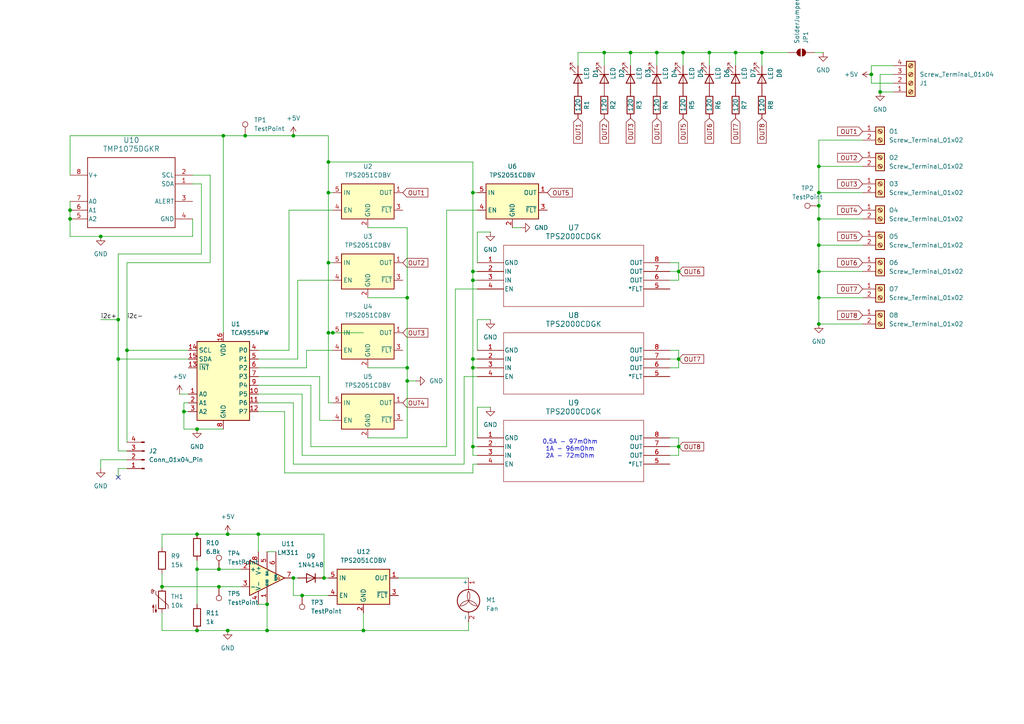
<source format=kicad_sch>
(kicad_sch (version 20231120) (generator "eeschema") (generator_version "8.0")
  (paper "A4")
  (lib_symbols
    (symbol "Comparator:LM311" (pin_names (offset 0.127))
      (property "Reference" "U" (at 3.81 6.35 0))
      (property "Value" "LM311" (at 3.81 3.81 0))
      (symbol "LM311_0_1"
        (polyline (pts (xy 5.08 0) (xy -5.08 5.08) (xy -5.08 -5.08) (xy 5.08 0)) (stroke (width 0.254)) (fill (type background)))
        (polyline (pts (xy 3.683 -0.381) (xy 3.302 -0.381) (xy 3.683 0) (xy 3.302 0.381) (xy 2.921 0) (xy 3.302 -0.381) (xy 2.921 -0.381)) (stroke (width 0.127)))
      )
      (symbol "LM311_1_1"
        (pin passive line (at 0 -7.62 90) (length 5.08) (name "GND") (number "1"))
        (pin input line (at -7.62 2.54 0) (length 2.54) (name "+") (number "2"))
        (pin input line (at -7.62 -2.54 0) (length 2.54) (name "-") (number "3"))
        (pin power_in line (at -2.54 -7.62 90) (length 3.81) (name "V-") (number "4"))
        (pin input line (at 0 7.62 270) (length 5.08) (name "BAL") (number "5"))
        (pin input line (at 2.54 7.62 270) (length 6.35) (name "STRB") (number "6"))
        (pin open_collector line (at 7.62 0 180) (length 2.54) (name "~") (number "7"))
        (pin power_in line (at -2.54 7.62 270) (length 3.81) (name "V+") (number "8"))
      )
    )
    (symbol "Connector:Conn_01x04_Pin" (pin_names (offset 1.016) hide)
      (property "Reference" "J" (at 0 5.08 0))
      (property "Value" "Conn_01x04_Pin" (at 0 -7.62 0))
      (symbol "Conn_01x04_Pin_1_1"
        (polyline (pts (xy 1.27 -5.08) (xy 0.8636 -5.08)) (stroke (width 0.1524)))
        (polyline (pts (xy 1.27 -2.54) (xy 0.8636 -2.54)) (stroke (width 0.1524)))
        (polyline (pts (xy 1.27 0) (xy 0.8636 0)) (stroke (width 0.1524)))
        (polyline (pts (xy 1.27 2.54) (xy 0.8636 2.54)) (stroke (width 0.1524)))
        (rectangle (start 0.8636 -4.953) (end 0 -5.207) (stroke (width 0.1524)) (fill (type outline)))
        (rectangle (start 0.8636 -2.413) (end 0 -2.667) (stroke (width 0.1524)) (fill (type outline)))
        (rectangle (start 0.8636 0.127) (end 0 -0.127) (stroke (width 0.1524)) (fill (type outline)))
        (rectangle (start 0.8636 2.667) (end 0 2.413) (stroke (width 0.1524)) (fill (type outline)))
        (pin passive line (at 5.08 2.54 180) (length 3.81) (name "Pin_1") (number "1"))
        (pin passive line (at 5.08 0 180) (length 3.81) (name "Pin_2") (number "2"))
        (pin passive line (at 5.08 -2.54 180) (length 3.81) (name "Pin_3") (number "3"))
        (pin passive line (at 5.08 -5.08 180) (length 3.81) (name "Pin_4") (number "4"))
      )
    )
    (symbol "Connector:Screw_Terminal_01x02" (pin_names (offset 1.016) hide)
      (property "Reference" "J" (at 0 2.54 0))
      (property "Value" "Screw_Terminal_01x02" (at 0 -5.08 0))
      (symbol "Screw_Terminal_01x02_1_1"
        (rectangle (start -1.27 1.27) (end 1.27 -3.81) (stroke (width 0.254)) (fill (type background)))
        (circle (center 0 -2.54) (radius 0.635) (stroke (width 0.1524)))
        (polyline (pts (xy -0.5334 -2.2098) (xy 0.3302 -3.048)) (stroke (width 0.1524)))
        (polyline (pts (xy -0.5334 0.3302) (xy 0.3302 -0.508)) (stroke (width 0.1524)))
        (polyline (pts (xy -0.3556 -2.032) (xy 0.508 -2.8702)) (stroke (width 0.1524)))
        (polyline (pts (xy -0.3556 0.508) (xy 0.508 -0.3302)) (stroke (width 0.1524)))
        (circle (center 0 0) (radius 0.635) (stroke (width 0.1524)))
        (pin passive line (at -5.08 0 0) (length 3.81) (name "Pin_1") (number "1"))
        (pin passive line (at -5.08 -2.54 0) (length 3.81) (name "Pin_2") (number "2"))
      )
    )
    (symbol "Connector:Screw_Terminal_01x04" (pin_names (offset 1.016) hide)
      (property "Reference" "J" (at 0 5.08 0))
      (property "Value" "Screw_Terminal_01x04" (at 0 -7.62 0))
      (symbol "Screw_Terminal_01x04_1_1"
        (rectangle (start -1.27 3.81) (end 1.27 -6.35) (stroke (width 0.254)) (fill (type background)))
        (circle (center 0 -5.08) (radius 0.635) (stroke (width 0.1524)))
        (circle (center 0 -2.54) (radius 0.635) (stroke (width 0.1524)))
        (polyline (pts (xy -0.5334 -4.7498) (xy 0.3302 -5.588)) (stroke (width 0.1524)))
        (polyline (pts (xy -0.5334 -2.2098) (xy 0.3302 -3.048)) (stroke (width 0.1524)))
        (polyline (pts (xy -0.5334 0.3302) (xy 0.3302 -0.508)) (stroke (width 0.1524)))
        (polyline (pts (xy -0.5334 2.8702) (xy 0.3302 2.032)) (stroke (width 0.1524)))
        (polyline (pts (xy -0.3556 -4.572) (xy 0.508 -5.4102)) (stroke (width 0.1524)))
        (polyline (pts (xy -0.3556 -2.032) (xy 0.508 -2.8702)) (stroke (width 0.1524)))
        (polyline (pts (xy -0.3556 0.508) (xy 0.508 -0.3302)) (stroke (width 0.1524)))
        (polyline (pts (xy -0.3556 3.048) (xy 0.508 2.2098)) (stroke (width 0.1524)))
        (circle (center 0 0) (radius 0.635) (stroke (width 0.1524)))
        (circle (center 0 2.54) (radius 0.635) (stroke (width 0.1524)))
        (pin passive line (at -5.08 2.54 0) (length 3.81) (name "Pin_1") (number "1"))
        (pin passive line (at -5.08 0 0) (length 3.81) (name "Pin_2") (number "2"))
        (pin passive line (at -5.08 -2.54 0) (length 3.81) (name "Pin_3") (number "3"))
        (pin passive line (at -5.08 -5.08 0) (length 3.81) (name "Pin_4") (number "4"))
      )
    )
    (symbol "Connector:TestPoint" (pin_numbers hide) (pin_names (offset 0.762) hide)
      (property "Reference" "TP" (at 0 6.858 0))
      (property "Value" "TestPoint" (at 0 5.08 0))
      (symbol "TestPoint_0_1"
        (circle (center 0 3.302) (radius 0.762))
      )
      (symbol "TestPoint_1_1"
        (pin passive line (at 0 0 90) (length 2.54) (name "1") (number "1"))
      )
    )
    (symbol "Device:LED" (pin_numbers hide) (pin_names (offset 1.016) hide)
      (property "Reference" "D" (at 0 2.54 0))
      (property "Value" "LED" (at 0 -2.54 0))
      (symbol "LED_0_1"
        (polyline (pts (xy -1.27 -1.27) (xy -1.27 1.27)) (stroke (width 0.254)))
        (polyline (pts (xy -1.27 0) (xy 1.27 0)))
        (polyline (pts (xy 1.27 -1.27) (xy 1.27 1.27) (xy -1.27 0) (xy 1.27 -1.27)) (stroke (width 0.254)))
        (polyline (pts (xy -3.048 -0.762) (xy -4.572 -2.286) (xy -3.81 -2.286) (xy -4.572 -2.286) (xy -4.572 -1.524)))
        (polyline (pts (xy -1.778 -0.762) (xy -3.302 -2.286) (xy -2.54 -2.286) (xy -3.302 -2.286) (xy -3.302 -1.524)))
      )
      (symbol "LED_1_1"
        (pin passive line (at -3.81 0 0) (length 2.54) (name "K") (number "1"))
        (pin passive line (at 3.81 0 180) (length 2.54) (name "A") (number "2"))
      )
    )
    (symbol "Device:R" (pin_numbers hide) (pin_names (offset 0))
      (property "Reference" "R" (at 2.032 0 90))
      (property "Value" "R" (at 0 0 90))
      (symbol "R_0_1"
        (rectangle (start -1.016 -2.54) (end 1.016 2.54) (stroke (width 0.254)))
      )
      (symbol "R_1_1"
        (pin passive line (at 0 3.81 270) (length 1.27) (name "~") (number "1"))
        (pin passive line (at 0 -3.81 90) (length 1.27) (name "~") (number "2"))
      )
    )
    (symbol "Device:Thermistor_NTC" (pin_numbers hide) (pin_names (offset 0))
      (property "Reference" "TH" (at -4.445 0 90))
      (property "Value" "Thermistor_NTC" (at 3.175 0 90))
      (symbol "Thermistor_NTC_0_1"
        (arc (start -3.048 2.159) (mid -3.0495 2.3143) (end -3.175 2.413))
        (arc (start -3.048 2.159) (mid -2.9736 1.9794) (end -2.794 1.905))
        (arc (start -3.048 2.794) (mid -2.9736 2.6144) (end -2.794 2.54))
        (arc (start -2.794 1.905) (mid -2.6144 1.9794) (end -2.54 2.159))
        (arc (start -2.794 2.54) (mid -2.4393 2.5587) (end -2.159 2.794))
        (arc (start -2.794 3.048) (mid -2.9736 2.9736) (end -3.048 2.794))
        (arc (start -2.54 2.794) (mid -2.6144 2.9736) (end -2.794 3.048))
        (rectangle (start -1.016 2.54) (end 1.016 -2.54) (stroke (width 0.254)))
        (polyline (pts (xy -2.54 2.159) (xy -2.54 2.794)))
        (polyline (pts (xy -1.778 2.54) (xy -1.778 1.524) (xy 1.778 -1.524) (xy 1.778 -2.54)))
        (polyline (pts (xy -2.54 -3.683) (xy -2.54 -1.397) (xy -2.794 -2.159) (xy -2.286 -2.159) (xy -2.54 -1.397) (xy -2.54 -1.651)) (fill (type outline)))
        (polyline (pts (xy -1.778 -1.397) (xy -1.778 -3.683) (xy -2.032 -2.921) (xy -1.524 -2.921) (xy -1.778 -3.683) (xy -1.778 -3.429)) (fill (type outline)))
      )
      (symbol "Thermistor_NTC_1_1"
        (pin passive line (at 0 3.81 270) (length 1.27) (name "~") (number "1"))
        (pin passive line (at 0 -3.81 90) (length 1.27) (name "~") (number "2"))
      )
    )
    (symbol "Diode:1N4148" (pin_numbers hide) (pin_names hide)
      (property "Reference" "D" (at 0 2.54 0))
      (property "Value" "1N4148" (at 0 -2.54 0))
      (symbol "1N4148_0_1"
        (polyline (pts (xy -1.27 1.27) (xy -1.27 -1.27)) (stroke (width 0.254)))
        (polyline (pts (xy 1.27 0) (xy -1.27 0)))
        (polyline (pts (xy 1.27 1.27) (xy 1.27 -1.27) (xy -1.27 0) (xy 1.27 1.27)) (stroke (width 0.254)))
      )
      (symbol "1N4148_1_1"
        (pin passive line (at -3.81 0 0) (length 2.54) (name "K") (number "1"))
        (pin passive line (at 3.81 0 180) (length 2.54) (name "A") (number "2"))
      )
    )
    (symbol "Interface_Expansion:TCA9554PW"
      (property "Reference" "U" (at -7.62 11.43 0))
      (property "Value" "TCA9554PW" (at 2.54 11.43 0))
      (symbol "TCA9554PW_0_1"
        (rectangle (start -7.62 -12.7) (end 7.62 10.16) (stroke (width 0.254)) (fill (type background)))
      )
      (symbol "TCA9554PW_1_1"
        (pin input line (at -10.16 -5.08 0) (length 2.54) (name "A0") (number "1"))
        (pin bidirectional line (at 10.16 -5.08 180) (length 2.54) (name "P5") (number "10"))
        (pin bidirectional line (at 10.16 -7.62 180) (length 2.54) (name "P6") (number "11"))
        (pin bidirectional line (at 10.16 -10.16 180) (length 2.54) (name "P7") (number "12"))
        (pin open_collector line (at -10.16 2.54 0) (length 2.54) (name "~{INT}") (number "13"))
        (pin input line (at -10.16 7.62 0) (length 2.54) (name "SCL") (number "14"))
        (pin bidirectional line (at -10.16 5.08 0) (length 2.54) (name "SDA") (number "15"))
        (pin power_in line (at 0 12.7 270) (length 2.54) (name "VDD") (number "16"))
        (pin input line (at -10.16 -7.62 0) (length 2.54) (name "A1") (number "2"))
        (pin input line (at -10.16 -10.16 0) (length 2.54) (name "A2") (number "3"))
        (pin bidirectional line (at 10.16 7.62 180) (length 2.54) (name "P0") (number "4"))
        (pin bidirectional line (at 10.16 5.08 180) (length 2.54) (name "P1") (number "5"))
        (pin bidirectional line (at 10.16 2.54 180) (length 2.54) (name "P2") (number "6"))
        (pin bidirectional line (at 10.16 0 180) (length 2.54) (name "P3") (number "7"))
        (pin power_in line (at 0 -15.24 90) (length 2.54) (name "GND") (number "8"))
        (pin bidirectional line (at 10.16 -2.54 180) (length 2.54) (name "P4") (number "9"))
      )
    )
    (symbol "Jumper:SolderJumper_2_Open" (pin_numbers hide) (pin_names (offset 0) hide) (exclude_from_sim yes) (in_bom no)
      (property "Reference" "JP" (at 0 2.032 0))
      (property "Value" "SolderJumper_2_Open" (at 0 -2.54 0))
      (symbol "SolderJumper_2_Open_0_1"
        (arc (start -0.254 1.016) (mid -1.2656 0) (end -0.254 -1.016))
        (arc (start -0.254 1.016) (mid -1.2656 0) (end -0.254 -1.016) (fill (type outline)))
        (polyline (pts (xy -0.254 1.016) (xy -0.254 -1.016)))
        (polyline (pts (xy 0.254 1.016) (xy 0.254 -1.016)))
        (arc (start 0.254 -1.016) (mid 1.2656 0) (end 0.254 1.016))
        (arc (start 0.254 -1.016) (mid 1.2656 0) (end 0.254 1.016) (fill (type outline)))
      )
      (symbol "SolderJumper_2_Open_1_1"
        (pin passive line (at -3.81 0 0) (length 2.54) (name "A") (number "1"))
        (pin passive line (at 3.81 0 180) (length 2.54) (name "B") (number "2"))
      )
    )
    (symbol "Motor:Fan" (pin_names (offset 0))
      (property "Reference" "M" (at 2.54 5.08 0))
      (property "Value" "Fan" (at 2.54 -2.54 0))
      (symbol "Fan_0_1"
        (arc (start -2.54 -0.508) (mid 0.0028 0.9121) (end 0 3.81))
        (polyline (pts (xy 0 -5.08) (xy 0 -4.572)))
        (polyline (pts (xy 0 -2.2352) (xy 0 -2.6416)))
        (polyline (pts (xy 0 4.2672) (xy 0 4.6228)))
        (polyline (pts (xy 0 4.572) (xy 0 5.08)))
        (circle (center 0 1.016) (radius 3.2512) (stroke (width 0.254)))
        (arc (start 0 3.81) (mid 0.053 0.921) (end 2.54 -0.508))
        (arc (start 2.54 -0.508) (mid 0 1.0618) (end -2.54 -0.508))
      )
      (symbol "Fan_1_1"
        (pin passive line (at 0 7.62 270) (length 2.54) (name "+") (number "1"))
        (pin passive line (at 0 -5.08 90) (length 2.54) (name "-") (number "2"))
      )
    )
    (symbol "Power_Management:TPS2051CDBV"
      (property "Reference" "U" (at -7.62 -6.35 0))
      (property "Value" "TPS2051CDBV" (at -7.62 6.35 0))
      (symbol "TPS2051CDBV_0_1"
        (rectangle (start -7.62 5.08) (end 7.62 -5.08) (stroke (width 0.254)) (fill (type background)))
      )
      (symbol "TPS2051CDBV_1_1"
        (pin power_out line (at 10.16 2.54 180) (length 2.54) (name "OUT") (number "1"))
        (pin power_in line (at 0 -7.62 90) (length 2.54) (name "GND") (number "2"))
        (pin open_collector line (at 10.16 -2.54 180) (length 2.54) (name "~{FLT}") (number "3"))
        (pin input line (at -10.16 -2.54 0) (length 2.54) (name "EN") (number "4"))
        (pin power_in line (at -10.16 2.54 0) (length 2.54) (name "IN") (number "5"))
      )
    )
    (symbol "TMP1075:TMP1075DGKR" (pin_names (offset 0.254))
      (property "Reference" "U" (at 0 2.54 0))
      (property "Value" "TMP1075DGKR" (at 0 0 0))
      (symbol "TMP1075DGKR_0_1"
        (polyline (pts (xy -12.7 -10.16) (xy 12.7 -10.16)) (stroke (width 0.2032)))
        (polyline (pts (xy -12.7 10.16) (xy -12.7 -10.16)) (stroke (width 0.2032)))
        (polyline (pts (xy 12.7 -10.16) (xy 12.7 10.16)) (stroke (width 0.2032)))
        (polyline (pts (xy 12.7 10.16) (xy -12.7 10.16)) (stroke (width 0.2032)))
        (pin bidirectional line (at 17.78 2.54 180) (length 5.08) (name "SDA") (number "1"))
        (pin input line (at 17.78 5.08 180) (length 5.08) (name "SCL") (number "2"))
        (pin open_collector line (at 17.78 -2.54 180) (length 5.08) (name "ALERT") (number "3"))
        (pin power_in line (at 17.78 -7.62 180) (length 5.08) (name "GND") (number "4"))
        (pin input line (at -17.78 -7.62 0) (length 5.08) (name "A2") (number "5"))
        (pin input line (at -17.78 -5.08 0) (length 5.08) (name "A1") (number "6"))
        (pin input line (at -17.78 -2.54 0) (length 5.08) (name "A0") (number "7"))
        (pin power_in line (at -17.78 5.08 0) (length 5.08) (name "V+") (number "8"))
      )
    )
    (symbol "TPS2000C:TPS2000CDGK" (pin_names (offset 0.254))
      (property "Reference" "U" (at 27.94 10.16 0))
      (property "Value" "TPS2000CDGK" (at 27.94 7.62 0))
      (symbol "TPS2000CDGK_0_1"
        (polyline (pts (xy 7.62 -12.7) (xy 48.26 -12.7)) (stroke (width 0.127)))
        (polyline (pts (xy 7.62 5.08) (xy 7.62 -12.7)) (stroke (width 0.127)))
        (polyline (pts (xy 48.26 -12.7) (xy 48.26 5.08)) (stroke (width 0.127)))
        (polyline (pts (xy 48.26 5.08) (xy 7.62 5.08)) (stroke (width 0.127)))
        (pin power_in line (at 0 0 0) (length 7.62) (name "GND") (number "1"))
        (pin input line (at 0 -2.54 0) (length 7.62) (name "IN") (number "2"))
        (pin input line (at 0 -5.08 0) (length 7.62) (name "IN") (number "3"))
        (pin unspecified line (at 0 -7.62 0) (length 7.62) (name "EN") (number "4"))
        (pin unspecified line (at 55.88 -7.62 180) (length 7.62) (name "*FLT") (number "5"))
        (pin output line (at 55.88 -5.08 180) (length 7.62) (name "OUT") (number "6"))
        (pin output line (at 55.88 -2.54 180) (length 7.62) (name "OUT") (number "7"))
        (pin output line (at 55.88 0 180) (length 7.62) (name "OUT") (number "8"))
      )
    )
    (symbol "power:+5V" (power) (pin_numbers hide) (pin_names (offset 0) hide)
      (property "Value" "+5V" (at 0 3.556 0))
      (symbol "+5V_0_1"
        (polyline (pts (xy -0.762 1.27) (xy 0 2.54)))
        (polyline (pts (xy 0 0) (xy 0 2.54)))
        (polyline (pts (xy 0 2.54) (xy 0.762 1.27)))
      )
      (symbol "+5V_1_1"
        (pin power_in line (at 0 0 90) (length 0) (name "~") (number "1"))
      )
    )
    (symbol "power:GND" (power) (pin_numbers hide) (pin_names (offset 0) hide)
      (property "Value" "GND" (at 0 -3.81 0))
      (symbol "GND_0_1"
        (polyline (pts (xy 0 0) (xy 0 -1.27) (xy 1.27 -1.27) (xy 0 -2.54) (xy -1.27 -1.27) (xy 0 -1.27)))
      )
      (symbol "GND_1_1"
        (pin power_in line (at 0 0 270) (length 0) (name "~") (number "1"))
      )
    )
  )
  (junction (at 53.34 119.38))
  (junction (at 190.5 15.24))
  (junction (at 57.15 165.1))
  (junction (at 137.16 78.74))
  (junction (at 237.49 59.69))
  (junction (at 237.49 78.74))
  (junction (at 46.99 170.18))
  (junction (at 36.83 101.6))
  (junction (at 105.41 182.88))
  (junction (at 85.09 167.64))
  (junction (at 213.36 15.24))
  (junction (at 196.85 104.14))
  (junction (at 182.88 15.24))
  (junction (at 237.49 48.26))
  (junction (at 57.15 182.88))
  (junction (at 118.11 106.68))
  (junction (at 137.16 129.54))
  (junction (at 57.15 124.46))
  (junction (at 93.98 167.64))
  (junction (at 252.73 21.59))
  (junction (at 64.77 39.37))
  (junction (at 66.04 182.88))
  (junction (at 95.25 46.99))
  (junction (at 196.85 78.74))
  (junction (at 137.16 55.88))
  (junction (at 198.12 15.24))
  (junction (at 29.21 68.58))
  (junction (at 175.26 15.24))
  (junction (at 85.09 39.37))
  (junction (at 74.93 154.94))
  (junction (at 237.49 93.98))
  (junction (at 205.74 15.24))
  (junction (at 118.11 86.36))
  (junction (at 237.49 86.36))
  (junction (at 57.15 154.94))
  (junction (at 77.47 182.88))
  (junction (at 137.16 106.68))
  (junction (at 20.32 63.5))
  (junction (at 137.16 104.14))
  (junction (at 34.29 104.14))
  (junction (at 95.25 55.88))
  (junction (at 66.04 154.94))
  (junction (at 87.63 172.72))
  (junction (at 220.98 15.24))
  (junction (at 237.49 63.5))
  (junction (at 77.47 175.26))
  (junction (at 95.25 96.52))
  (junction (at 95.25 76.2))
  (junction (at 255.27 26.67))
  (junction (at 34.29 92.71))
  (junction (at 237.49 71.12))
  (junction (at 63.5 170.18))
  (junction (at 71.12 39.37))
  (junction (at 118.11 110.49))
  (junction (at 20.32 60.96))
  (junction (at 196.85 129.54))
  (junction (at 63.5 165.1))
  (junction (at 237.49 55.88))
  (junction (at 137.16 81.28))
  (junction (at 96.52 96.52))
  (no_connect (at 34.29 138.43))
  (wire (pts (xy 250.19 40.64) (xy 237.49 40.64)))
  (wire (pts (xy 182.88 15.24) (xy 182.88 19.05)))
  (wire (pts (xy 88.9 101.6) (xy 96.52 101.6)))
  (wire (pts (xy 71.12 39.37) (xy 85.09 39.37)))
  (wire (pts (xy 137.16 129.54) (xy 137.16 132.08)))
  (wire (pts (xy 46.99 170.18) (xy 63.5 170.18)))
  (wire (pts (xy 198.12 15.24) (xy 198.12 19.05)))
  (wire (pts (xy 137.16 81.28) (xy 138.43 81.28)))
  (wire (pts (xy 137.16 106.68) (xy 138.43 106.68)))
  (wire (pts (xy 106.68 66.04) (xy 118.11 66.04)))
  (wire (pts (xy 85.09 134.62) (xy 85.09 116.84)))
  (wire (pts (xy 237.49 48.26) (xy 237.49 55.88)))
  (wire (pts (xy 74.93 154.94) (xy 74.93 160.02)))
  (wire (pts (xy 182.88 15.24) (xy 190.5 15.24)))
  (wire (pts (xy 90.17 129.54) (xy 129.54 129.54)))
  (wire (pts (xy 74.93 119.38) (xy 82.55 119.38)))
  (wire (pts (xy 88.9 106.68) (xy 88.9 101.6)))
  (wire (pts (xy 53.34 119.38) (xy 53.34 124.46)))
  (wire (pts (xy 57.15 162.56) (xy 57.15 165.1)))
  (wire (pts (xy 74.93 106.68) (xy 88.9 106.68)))
  (wire (pts (xy 63.5 165.1) (xy 69.85 165.1)))
  (wire (pts (xy 205.74 15.24) (xy 213.36 15.24)))
  (wire (pts (xy 29.21 68.58) (xy 20.32 68.58)))
  (wire (pts (xy 46.99 182.88) (xy 57.15 182.88)))
  (wire (pts (xy 196.85 106.68) (xy 196.85 104.14)))
  (wire (pts (xy 138.43 109.22) (xy 134.62 109.22)))
  (wire (pts (xy 87.63 114.3) (xy 74.93 114.3)))
  (wire (pts (xy 57.15 165.1) (xy 63.5 165.1)))
  (wire (pts (xy 34.29 92.71) (xy 34.29 104.14)))
  (wire (pts (xy 137.16 55.88) (xy 137.16 46.99)))
  (wire (pts (xy 29.21 92.71) (xy 34.29 92.71)))
  (wire (pts (xy 138.43 118.11) (xy 142.24 118.11)))
  (wire (pts (xy 46.99 166.37) (xy 46.99 170.18)))
  (wire (pts (xy 34.29 73.66) (xy 58.42 73.66)))
  (wire (pts (xy 77.47 160.02) (xy 80.01 160.02)))
  (wire (pts (xy 66.04 154.94) (xy 74.93 154.94)))
  (wire (pts (xy 115.57 167.64) (xy 135.89 167.64)))
  (wire (pts (xy 36.83 76.2) (xy 60.96 76.2)))
  (wire (pts (xy 118.11 66.04) (xy 118.11 86.36)))
  (wire (pts (xy 137.16 104.14) (xy 137.16 106.68)))
  (wire (pts (xy 55.88 50.8) (xy 60.96 50.8)))
  (wire (pts (xy 85.09 167.64) (xy 86.36 167.64)))
  (wire (pts (xy 36.83 133.35) (xy 29.21 133.35)))
  (wire (pts (xy 85.09 116.84) (xy 74.93 116.84)))
  (wire (pts (xy 196.85 101.6) (xy 194.31 101.6)))
  (wire (pts (xy 74.93 109.22) (xy 92.71 109.22)))
  (wire (pts (xy 34.29 73.66) (xy 34.29 92.71)))
  (wire (pts (xy 93.98 154.94) (xy 93.98 167.64)))
  (wire (pts (xy 138.43 67.31) (xy 142.24 67.31)))
  (wire (pts (xy 74.93 101.6) (xy 83.82 101.6)))
  (wire (pts (xy 92.71 109.22) (xy 92.71 121.92)))
  (wire (pts (xy 196.85 76.2) (xy 196.85 78.74)))
  (wire (pts (xy 52.07 114.3) (xy 54.61 114.3)))
  (wire (pts (xy 137.16 81.28) (xy 137.16 104.14)))
  (wire (pts (xy 137.16 78.74) (xy 138.43 78.74)))
  (wire (pts (xy 36.83 101.6) (xy 36.83 128.27)))
  (wire (pts (xy 55.88 53.34) (xy 58.42 53.34)))
  (wire (pts (xy 95.25 96.52) (xy 96.52 96.52)))
  (wire (pts (xy 194.31 106.68) (xy 196.85 106.68)))
  (wire (pts (xy 132.08 83.82) (xy 132.08 132.08)))
  (wire (pts (xy 137.16 104.14) (xy 138.43 104.14)))
  (wire (pts (xy 105.41 177.8) (xy 105.41 182.88)))
  (wire (pts (xy 85.09 172.72) (xy 85.09 167.64)))
  (wire (pts (xy 167.64 19.05) (xy 167.64 15.24)))
  (wire (pts (xy 137.16 132.08) (xy 138.43 132.08)))
  (wire (pts (xy 137.16 78.74) (xy 137.16 81.28)))
  (wire (pts (xy 194.31 78.74) (xy 196.85 78.74)))
  (wire (pts (xy 20.32 39.37) (xy 20.32 50.8)))
  (wire (pts (xy 60.96 50.8) (xy 60.96 76.2)))
  (wire (pts (xy 137.16 55.88) (xy 138.43 55.88)))
  (wire (pts (xy 250.19 55.88) (xy 237.49 55.88)))
  (wire (pts (xy 55.88 63.5) (xy 55.88 68.58)))
  (wire (pts (xy 255.27 21.59) (xy 255.27 26.67)))
  (wire (pts (xy 57.15 124.46) (xy 53.34 124.46)))
  (wire (pts (xy 106.68 106.68) (xy 118.11 106.68)))
  (wire (pts (xy 106.68 86.36) (xy 118.11 86.36)))
  (wire (pts (xy 64.77 124.46) (xy 57.15 124.46)))
  (wire (pts (xy 137.16 55.88) (xy 137.16 78.74)))
  (wire (pts (xy 135.89 182.88) (xy 135.89 180.34)))
  (wire (pts (xy 237.49 78.74) (xy 237.49 86.36)))
  (wire (pts (xy 95.25 172.72) (xy 87.63 172.72)))
  (wire (pts (xy 167.64 15.24) (xy 175.26 15.24)))
  (wire (pts (xy 90.17 111.76) (xy 90.17 129.54)))
  (wire (pts (xy 196.85 78.74) (xy 196.85 81.28)))
  (wire (pts (xy 95.25 96.52) (xy 95.25 116.84)))
  (wire (pts (xy 20.32 60.96) (xy 20.32 63.5)))
  (wire (pts (xy 64.77 39.37) (xy 71.12 39.37)))
  (wire (pts (xy 29.21 133.35) (xy 29.21 135.89)))
  (wire (pts (xy 237.49 55.88) (xy 237.49 59.69)))
  (wire (pts (xy 237.49 93.98) (xy 250.19 93.98)))
  (wire (pts (xy 74.93 175.26) (xy 77.47 175.26)))
  (wire (pts (xy 138.43 76.2) (xy 138.43 67.31)))
  (wire (pts (xy 87.63 132.08) (xy 87.63 114.3)))
  (wire (pts (xy 118.11 110.49) (xy 120.65 110.49)))
  (wire (pts (xy 55.88 68.58) (xy 29.21 68.58)))
  (wire (pts (xy 196.85 132.08) (xy 194.31 132.08)))
  (wire (pts (xy 34.29 135.89) (xy 34.29 138.43)))
  (wire (pts (xy 95.25 76.2) (xy 96.52 76.2)))
  (wire (pts (xy 74.93 154.94) (xy 93.98 154.94)))
  (wire (pts (xy 57.15 165.1) (xy 57.15 175.26)))
  (wire (pts (xy 194.31 76.2) (xy 196.85 76.2)))
  (wire (pts (xy 237.49 71.12) (xy 237.49 78.74)))
  (wire (pts (xy 20.32 63.5) (xy 20.32 68.58)))
  (wire (pts (xy 252.73 19.05) (xy 252.73 21.59)))
  (wire (pts (xy 95.25 55.88) (xy 96.52 55.88)))
  (wire (pts (xy 220.98 15.24) (xy 220.98 19.05)))
  (wire (pts (xy 57.15 182.88) (xy 66.04 182.88)))
  (wire (pts (xy 85.09 39.37) (xy 95.25 39.37)))
  (wire (pts (xy 237.49 86.36) (xy 237.49 93.98)))
  (wire (pts (xy 74.93 104.14) (xy 86.36 104.14)))
  (wire (pts (xy 53.34 116.84) (xy 53.34 119.38)))
  (wire (pts (xy 77.47 182.88) (xy 77.47 175.26)))
  (wire (pts (xy 137.16 129.54) (xy 138.43 129.54)))
  (wire (pts (xy 118.11 86.36) (xy 118.11 106.68)))
  (wire (pts (xy 129.54 129.54) (xy 129.54 60.96)))
  (wire (pts (xy 196.85 104.14) (xy 196.85 101.6)))
  (wire (pts (xy 237.49 63.5) (xy 250.19 63.5)))
  (wire (pts (xy 54.61 116.84) (xy 53.34 116.84)))
  (wire (pts (xy 175.26 15.24) (xy 182.88 15.24)))
  (wire (pts (xy 138.43 92.71) (xy 138.43 101.6)))
  (wire (pts (xy 132.08 132.08) (xy 87.63 132.08)))
  (wire (pts (xy 95.25 76.2) (xy 95.25 96.52)))
  (wire (pts (xy 86.36 104.14) (xy 86.36 81.28)))
  (wire (pts (xy 105.41 182.88) (xy 77.47 182.88)))
  (wire (pts (xy 53.34 119.38) (xy 54.61 119.38)))
  (wire (pts (xy 137.16 134.62) (xy 137.16 137.16)))
  (wire (pts (xy 46.99 154.94) (xy 57.15 154.94)))
  (wire (pts (xy 250.19 48.26) (xy 237.49 48.26)))
  (wire (pts (xy 190.5 15.24) (xy 198.12 15.24)))
  (wire (pts (xy 66.04 182.88) (xy 77.47 182.88)))
  (wire (pts (xy 194.31 104.14) (xy 196.85 104.14)))
  (wire (pts (xy 213.36 15.24) (xy 220.98 15.24)))
  (wire (pts (xy 95.25 39.37) (xy 95.25 46.99)))
  (wire (pts (xy 34.29 104.14) (xy 34.29 130.81)))
  (wire (pts (xy 118.11 127) (xy 106.68 127)))
  (wire (pts (xy 237.49 40.64) (xy 237.49 48.26)))
  (wire (pts (xy 93.98 167.64) (xy 95.25 167.64)))
  (wire (pts (xy 96.52 116.84) (xy 95.25 116.84)))
  (wire (pts (xy 252.73 21.59) (xy 252.73 24.13)))
  (wire (pts (xy 57.15 154.94) (xy 66.04 154.94)))
  (wire (pts (xy 194.31 129.54) (xy 196.85 129.54)))
  (wire (pts (xy 237.49 86.36) (xy 250.19 86.36)))
  (wire (pts (xy 237.49 78.74) (xy 250.19 78.74)))
  (wire (pts (xy 138.43 83.82) (xy 132.08 83.82)))
  (wire (pts (xy 137.16 106.68) (xy 137.16 129.54)))
  (wire (pts (xy 237.49 59.69) (xy 237.49 63.5)))
  (wire (pts (xy 138.43 92.71) (xy 142.24 92.71)))
  (wire (pts (xy 196.85 127) (xy 196.85 129.54)))
  (wire (pts (xy 196.85 129.54) (xy 196.85 132.08)))
  (wire (pts (xy 213.36 15.24) (xy 213.36 19.05)))
  (wire (pts (xy 205.74 15.24) (xy 205.74 19.05)))
  (wire (pts (xy 20.32 58.42) (xy 20.32 60.96)))
  (wire (pts (xy 74.93 111.76) (xy 90.17 111.76)))
  (wire (pts (xy 82.55 137.16) (xy 137.16 137.16)))
  (wire (pts (xy 95.25 55.88) (xy 95.25 76.2)))
  (wire (pts (xy 220.98 15.24) (xy 228.6 15.24)))
  (wire (pts (xy 83.82 101.6) (xy 83.82 60.96)))
  (wire (pts (xy 92.71 121.92) (xy 96.52 121.92)))
  (wire (pts (xy 118.11 110.49) (xy 118.11 127)))
  (wire (pts (xy 34.29 130.81) (xy 36.83 130.81)))
  (wire (pts (xy 54.61 101.6) (xy 36.83 101.6)))
  (wire (pts (xy 82.55 119.38) (xy 82.55 137.16)))
  (wire (pts (xy 96.52 96.52) (xy 105.41 96.52)))
  (wire (pts (xy 36.83 135.89) (xy 34.29 135.89)))
  (wire (pts (xy 252.73 24.13) (xy 259.08 24.13)))
  (wire (pts (xy 95.25 46.99) (xy 137.16 46.99)))
  (wire (pts (xy 194.31 127) (xy 196.85 127)))
  (wire (pts (xy 196.85 81.28) (xy 194.31 81.28)))
  (wire (pts (xy 138.43 127) (xy 138.43 118.11)))
  (wire (pts (xy 46.99 158.75) (xy 46.99 154.94)))
  (wire (pts (xy 87.63 172.72) (xy 85.09 172.72)))
  (wire (pts (xy 255.27 21.59) (xy 259.08 21.59)))
  (wire (pts (xy 86.36 81.28) (xy 96.52 81.28)))
  (wire (pts (xy 148.59 66.04) (xy 151.13 66.04)))
  (wire (pts (xy 134.62 109.22) (xy 134.62 134.62)))
  (wire (pts (xy 118.11 106.68) (xy 118.11 110.49)))
  (wire (pts (xy 20.32 39.37) (xy 64.77 39.37)))
  (wire (pts (xy 105.41 182.88) (xy 135.89 182.88)))
  (wire (pts (xy 237.49 71.12) (xy 250.19 71.12)))
  (wire (pts (xy 252.73 19.05) (xy 259.08 19.05)))
  (wire (pts (xy 255.27 26.67) (xy 259.08 26.67)))
  (wire (pts (xy 58.42 53.34) (xy 58.42 73.66)))
  (wire (pts (xy 134.62 134.62) (xy 85.09 134.62)))
  (wire (pts (xy 46.99 177.8) (xy 46.99 182.88)))
  (wire (pts (xy 175.26 15.24) (xy 175.26 19.05)))
  (wire (pts (xy 129.54 60.96) (xy 138.43 60.96)))
  (wire (pts (xy 54.61 104.14) (xy 34.29 104.14)))
  (wire (pts (xy 63.5 170.18) (xy 69.85 170.18)))
  (wire (pts (xy 237.49 63.5) (xy 237.49 71.12)))
  (wire (pts (xy 83.82 60.96) (xy 96.52 60.96)))
  (wire (pts (xy 95.25 46.99) (xy 95.25 55.88)))
  (wire (pts (xy 64.77 39.37) (xy 64.77 96.52)))
  (wire (pts (xy 137.16 134.62) (xy 138.43 134.62)))
  (wire (pts (xy 198.12 15.24) (xy 205.74 15.24)))
  (wire (pts (xy 190.5 15.24) (xy 190.5 19.05)))
  (wire (pts (xy 236.22 15.24) (xy 238.76 15.24)))
  (wire (pts (xy 36.83 76.2) (xy 36.83 101.6)))
  (text "0.5A - 97mOhm\n1A - 96mOhm\n2A - 72mOhm" (at 165.354 130.302 0) (effects (font (size 1.27 1.27))))
  (label "i2c-" (at 36.83 92.71 0))
  (label "i2c+" (at 29.21 92.71 0))
  (global_label "OUT6" (shape input) (at 205.74 34.29 270) (property "Intersheetrefs" "${INTERSHEET_REFS}" (effects (hide yes))))
  (global_label "OUT1" (shape input) (at 116.84 55.88 0) (property "Intersheetrefs" "${INTERSHEET_REFS}" (effects (hide yes))))
  (global_label "OUT5" (shape input) (at 250.19 68.58 180) (property "Intersheetrefs" "${INTERSHEET_REFS}" (effects (hide yes))))
  (global_label "OUT6" (shape input) (at 250.19 76.2 180) (property "Intersheetrefs" "${INTERSHEET_REFS}" (effects (hide yes))))
  (global_label "OUT5" (shape input) (at 158.75 55.88 0) (property "Intersheetrefs" "${INTERSHEET_REFS}" (effects (hide yes))))
  (global_label "OUT7" (shape input) (at 196.85 104.14 0) (property "Intersheetrefs" "${INTERSHEET_REFS}" (effects (hide yes))))
  (global_label "OUT8" (shape input) (at 250.19 91.44 180) (property "Intersheetrefs" "${INTERSHEET_REFS}" (effects (hide yes))))
  (global_label "OUT6" (shape input) (at 196.85 78.74 0) (property "Intersheetrefs" "${INTERSHEET_REFS}" (effects (hide yes))))
  (global_label "OUT3" (shape input) (at 182.88 34.29 270) (property "Intersheetrefs" "${INTERSHEET_REFS}" (effects (hide yes))))
  (global_label "OUT5" (shape input) (at 198.12 34.29 270) (property "Intersheetrefs" "${INTERSHEET_REFS}" (effects (hide yes))))
  (global_label "OUT1" (shape input) (at 250.19 38.1 180) (property "Intersheetrefs" "${INTERSHEET_REFS}" (effects (hide yes))))
  (global_label "OUT2" (shape input) (at 250.19 45.72 180) (property "Intersheetrefs" "${INTERSHEET_REFS}" (effects (hide yes))))
  (global_label "OUT8" (shape input) (at 196.85 129.54 0) (property "Intersheetrefs" "${INTERSHEET_REFS}" (effects (hide yes))))
  (global_label "OUT2" (shape input) (at 116.84 76.2 0) (property "Intersheetrefs" "${INTERSHEET_REFS}" (effects (hide yes))))
  (global_label "OUT7" (shape input) (at 213.36 34.29 270) (property "Intersheetrefs" "${INTERSHEET_REFS}" (effects (hide yes))))
  (global_label "OUT4" (shape input) (at 250.19 60.96 180) (property "Intersheetrefs" "${INTERSHEET_REFS}" (effects (hide yes))))
  (global_label "OUT4" (shape input) (at 190.5 34.29 270) (property "Intersheetrefs" "${INTERSHEET_REFS}" (effects (hide yes))))
  (global_label "OUT3" (shape input) (at 250.19 53.34 180) (property "Intersheetrefs" "${INTERSHEET_REFS}" (effects (hide yes))))
  (global_label "OUT4" (shape input) (at 116.84 116.84 0) (property "Intersheetrefs" "${INTERSHEET_REFS}" (effects (hide yes))))
  (global_label "OUT8" (shape input) (at 220.98 34.29 270) (property "Intersheetrefs" "${INTERSHEET_REFS}" (effects (hide yes))))
  (global_label "OUT1" (shape input) (at 167.64 34.29 270) (property "Intersheetrefs" "${INTERSHEET_REFS}" (effects (hide yes))))
  (global_label "OUT3" (shape input) (at 116.84 96.52 0) (property "Intersheetrefs" "${INTERSHEET_REFS}" (effects (hide yes))))
  (global_label "OUT7" (shape input) (at 250.19 83.82 180) (property "Intersheetrefs" "${INTERSHEET_REFS}" (effects (hide yes))))
  (global_label "OUT2" (shape input) (at 175.26 34.29 270) (property "Intersheetrefs" "${INTERSHEET_REFS}" (effects (hide yes))))
  (symbol (lib_id "power:GND") (at 57.15 124.46 0) (unit 1)
    (property "Reference" "#PWR05" (effects (hide yes)))
    (property "Value" "GND" (at 57.15 129.54 0))
    (property "Description" "Power symbol creates a global label with name \"GND\" , ground" (effects (hide yes)))
  )
  (symbol (lib_id "power:GND") (at 29.21 68.58 0) (unit 1)
    (property "Reference" "#PWR01" (effects (hide yes)))
    (property "Value" "GND" (at 29.21 73.66 0))
    (property "Description" "Power symbol creates a global label with name \"GND\" , ground" (effects (hide yes)))
  )
  (symbol (lib_id "power:GND") (at 255.27 26.67 0) (unit 1)
    (property "Reference" "#PWR08" (effects (hide yes)))
    (property "Value" "GND" (at 255.27 31.75 0))
    (property "Description" "Power symbol creates a global label with name \"GND\" , ground" (effects (hide yes)))
  )
  (symbol (lib_id "Connector:TestPoint") (at 237.49 59.69 90) (unit 1)
    (property "Reference" "TP2" (at 234.188 54.61 90))
    (property "Value" "TestPoint" (at 234.188 57.15 90))
    (property "Footprint" "TestPoint:TestPoint_Pad_D1.0mm" (effects (hide yes)))
    (property "Description" "test point" (effects (hide yes)))
  )
  (symbol (lib_id "Device:R") (at 213.36 30.48 0) (unit 1)
    (property "Reference" "R7" (at 215.9 30.48 90))
    (property "Value" "120" (at 213.36 30.48 90))
    (property "Footprint" "Resistor_SMD:R_0805_2012Metric_Pad1.20x1.40mm_HandSolder" (effects (hide yes)))
  )
  (symbol (lib_id "power:+5V") (at 52.07 114.3 0) (unit 1)
    (property "Reference" "#PWR04" (effects (hide yes)))
    (property "Value" "+5V" (at 52.07 109.22 0))
    (property "Description" "Power symbol creates a global label with name \"+5V\"" (effects (hide yes)))
  )
  (symbol (lib_id "Device:R") (at 205.74 30.48 0) (unit 1)
    (property "Reference" "R6" (at 208.28 30.48 90))
    (property "Value" "120" (at 205.74 30.48 90))
    (property "Footprint" "Resistor_SMD:R_0805_2012Metric_Pad1.20x1.40mm_HandSolder" (effects (hide yes)))
  )
  (symbol (lib_id "Connector:Screw_Terminal_01x02") (at 255.27 83.82 0) (unit 1)
    (property "Reference" "O7" (at 257.81 83.8199 0) (effects (justify left)))
    (property "Value" "Screw_Terminal_01x02" (at 257.81 86.3599 0) (effects (justify left)))
    (property "Footprint" "Custom_Library:TerminalBlock_Phoenix_MPT-0,5-2-2.54_1x02_P2.54mm_Horizontal" (effects (hide yes)))
    (property "Description" "Generic screw terminal, single row, 01x02, script generated (kicad-library-utils/schlib/autogen/connector/)" (effects (hide yes)))
  )
  (symbol (lib_id "power:GND") (at 237.49 93.98 0) (unit 1)
    (property "Reference" "#PWR013" (effects (hide yes)))
    (property "Value" "GND" (at 237.49 99.06 0))
    (property "Description" "Power symbol creates a global label with name \"GND\" , ground" (effects (hide yes)))
  )
  (symbol (lib_id "Device:R") (at 175.26 30.48 0) (unit 1)
    (property "Reference" "R2" (at 177.8 30.48 90))
    (property "Value" "120" (at 175.26 30.48 90))
    (property "Footprint" "Resistor_SMD:R_0805_2012Metric_Pad1.20x1.40mm_HandSolder" (effects (hide yes)))
  )
  (symbol (lib_id "Connector:Screw_Terminal_01x02") (at 255.27 38.1 0) (unit 1)
    (property "Reference" "O1" (at 257.81 38.0999 0) (effects (justify left)))
    (property "Value" "Screw_Terminal_01x02" (at 257.81 40.6399 0) (effects (justify left)))
    (property "Footprint" "Custom_Library:TerminalBlock_Phoenix_MPT-0,5-2-2.54_1x02_P2.54mm_Horizontal" (effects (hide yes)))
    (property "Description" "Generic screw terminal, single row, 01x02, script generated (kicad-library-utils/schlib/autogen/connector/)" (effects (hide yes)))
  )
  (symbol (lib_id "power:GND") (at 142.24 92.71 0) (unit 1)
    (property "Reference" "#PWR010" (effects (hide yes)))
    (property "Value" "GND" (at 142.24 97.79 0))
    (property "Description" "Power symbol creates a global label with name \"GND\" , ground" (effects (hide yes)))
  )
  (symbol (lib_id "Connector:TestPoint") (at 63.5 165.1 0) (unit 1)
    (property "Reference" "TP4" (at 66.04 160.5279 0) (effects (justify left)))
    (property "Value" "TestPoint" (at 66.04 163.0679 0) (effects (justify left)))
    (property "Footprint" "TestPoint:TestPoint_Pad_D1.0mm" (effects (hide yes)))
    (property "Description" "test point" (effects (hide yes)))
  )
  (symbol (lib_id "TMP1075:TMP1075DGKR") (at 38.1 55.88 0) (unit 1)
    (property "Reference" "U10" (at 38.1 40.64 0) (effects (font (size 1.524 1.524))))
    (property "Value" "TMP1075DGKR" (at 38.1 43.18 0) (effects (font (size 1.524 1.524))))
    (property "Footprint" "TMP1075DGK:DGK0008A_N" (effects (hide yes)))
    (property "Datasheet" "TMP1075DGKR" (effects (hide yes)))
  )
  (symbol (lib_id "Connector:Conn_01x04_Pin") (at 41.91 133.35 180) (unit 1)
    (property "Reference" "J2" (at 43.18 130.8099 0) (effects (justify right)))
    (property "Value" "Conn_01x04_Pin" (at 43.18 133.3499 0) (effects (justify right)))
    (property "Footprint" "Connector_PinHeader_2.54mm:PinHeader_1x04_P2.54mm_Vertical" (effects (hide yes)))
    (property "Description" "Generic connector, single row, 01x04, script generated" (effects (hide yes)))
  )
  (symbol (lib_id "Device:LED") (at 175.26 22.86 270) (unit 1)
    (property "Reference" "D2" (at 180.34 21.2725 0))
    (property "Value" "LED" (at 177.8 21.2725 0))
    (property "Footprint" "LED_SMD:LED_0805_2012Metric_Pad1.15x1.40mm_HandSolder" (effects (hide yes)))
  )
  (symbol (lib_id "Connector:Screw_Terminal_01x02") (at 255.27 76.2 0) (unit 1)
    (property "Reference" "O6" (at 257.81 76.1999 0) (effects (justify left)))
    (property "Value" "Screw_Terminal_01x02" (at 257.81 78.7399 0) (effects (justify left)))
    (property "Footprint" "Custom_Library:TerminalBlock_Phoenix_MPT-0,5-2-2.54_1x02_P2.54mm_Horizontal" (effects (hide yes)))
    (property "Description" "Generic screw terminal, single row, 01x02, script generated (kicad-library-utils/schlib/autogen/connector/)" (effects (hide yes)))
  )
  (symbol (lib_id "Device:R") (at 198.12 30.48 0) (unit 1)
    (property "Reference" "R5" (at 200.66 30.48 90))
    (property "Value" "120" (at 198.12 30.48 90))
    (property "Footprint" "Resistor_SMD:R_0805_2012Metric_Pad1.20x1.40mm_HandSolder" (effects (hide yes)))
  )
  (symbol (lib_id "Connector:Screw_Terminal_01x02") (at 255.27 53.34 0) (unit 1)
    (property "Reference" "O3" (at 257.81 53.3399 0) (effects (justify left)))
    (property "Value" "Screw_Terminal_01x02" (at 257.81 55.8799 0) (effects (justify left)))
    (property "Footprint" "Custom_Library:TerminalBlock_Phoenix_MPT-0,5-2-2.54_1x02_P2.54mm_Horizontal" (effects (hide yes)))
    (property "Description" "Generic screw terminal, single row, 01x02, script generated (kicad-library-utils/schlib/autogen/connector/)" (effects (hide yes)))
  )
  (symbol (lib_id "Connector:TestPoint") (at 63.5 170.18 180) (unit 1)
    (property "Reference" "TP5" (at 66.04 172.2119 0) (effects (justify right)))
    (property "Value" "TestPoint" (at 66.04 174.7519 0) (effects (justify right)))
    (property "Footprint" "TestPoint:TestPoint_Pad_D1.0mm" (effects (hide yes)))
    (property "Description" "test point" (effects (hide yes)))
  )
  (symbol (lib_id "Jumper:SolderJumper_2_Open") (at 232.41 15.24 0) (mirror x) (unit 1) (exclude_from_sim yes) (in_bom no)
    (property "Reference" "JP1" (at 233.6801 12.7 90) (effects (justify right)))
    (property "Value" "SolderJumper_2_Open" (at 231.1401 12.7 90) (effects (justify right)))
    (property "Footprint" "Jumper:SolderJumper-2_P1.3mm_Open_TrianglePad1.0x1.5mm" (effects (hide yes)))
    (property "Description" "Solder Jumper, 2-pole, open" (effects (hide yes)))
  )
  (symbol (lib_id "Device:Thermistor_NTC") (at 46.99 173.99 0) (unit 1)
    (property "Reference" "TH1" (at 49.53 173.0374 0) (effects (justify left)))
    (property "Value" "10k" (at 49.53 175.5774 0) (effects (justify left)))
    (property "Footprint" "Connector_JST:JST_XH_B2B-XH-A_1x02_P2.50mm_Vertical" (effects (hide yes)))
    (property "Description" "Temperature dependent resistor, negative temperature coefficient" (effects (hide yes)))
  )
  (symbol (lib_id "power:+5V") (at 66.04 154.94 0) (unit 1)
    (property "Reference" "#PWR016" (effects (hide yes)))
    (property "Value" "+5V" (at 66.04 149.86 0))
    (property "Description" "Power symbol creates a global label with name \"+5V\"" (effects (hide yes)))
  )
  (symbol (lib_id "power:GND") (at 142.24 118.11 0) (unit 1)
    (property "Reference" "#PWR011" (effects (hide yes)))
    (property "Value" "GND" (at 142.24 123.19 0))
    (property "Description" "Power symbol creates a global label with name \"GND\" , ground" (effects (hide yes)))
  )
  (symbol (lib_id "Power_Management:TPS2051CDBV") (at 105.41 170.18 0) (unit 1)
    (property "Reference" "U12" (at 105.41 160.02 0))
    (property "Value" "TPS2051CDBV" (at 105.41 162.56 0))
    (property "Footprint" "Package_TO_SOT_SMD:SOT-23-5" (effects (hide yes)))
    (property "Datasheet" "https://www.ti.com/lit/ds/symlink/tps2051c.pdf" (effects (hide yes)))
    (property "Description" "0.5A Current limited power switch, single channel, output discharge, reverse blocking, SOT-23-5" (effects (hide yes)))
  )
  (symbol (lib_id "Device:R") (at 190.5 30.48 0) (unit 1)
    (property "Reference" "R4" (at 193.04 30.48 90))
    (property "Value" "120" (at 190.5 30.48 90))
    (property "Footprint" "Resistor_SMD:R_0805_2012Metric_Pad1.20x1.40mm_HandSolder" (effects (hide yes)))
  )
  (symbol (lib_id "Motor:Fan") (at 135.89 175.26 0) (unit 1)
    (property "Reference" "M1" (at 140.97 173.9899 0) (effects (justify left)))
    (property "Value" "Fan" (at 140.97 176.5299 0) (effects (justify left)))
    (property "Footprint" "Connector_JST:JST_XH_B2B-XH-A_1x02_P2.50mm_Vertical" (effects (hide yes)))
    (property "Description" "Fan" (effects (hide yes)))
  )
  (symbol (lib_id "Power_Management:TPS2051CDBV") (at 106.68 58.42 0) (unit 1)
    (property "Reference" "U2" (at 106.68 48.26 0))
    (property "Value" "TPS2051CDBV" (at 106.68 50.8 0))
    (property "Footprint" "Package_TO_SOT_SMD:SOT-23-5" (effects (hide yes)))
    (property "Datasheet" "https://www.ti.com/lit/ds/symlink/tps2051c.pdf" (effects (hide yes)))
    (property "Description" "0.5A Current limited power switch, single channel, output discharge, reverse blocking, SOT-23-5" (effects (hide yes)))
  )
  (symbol (lib_id "Device:LED") (at 167.64 22.86 270) (unit 1)
    (property "Reference" "D1" (at 172.72 21.2725 0))
    (property "Value" "LED" (at 170.18 21.2725 0))
    (property "Footprint" "LED_SMD:LED_0805_2012Metric_Pad1.15x1.40mm_HandSolder" (effects (hide yes)))
  )
  (symbol (lib_id "Device:LED") (at 182.88 22.86 270) (unit 1)
    (property "Reference" "D3" (at 187.96 21.2725 0))
    (property "Value" "LED" (at 185.42 21.2725 0))
    (property "Footprint" "LED_SMD:LED_0805_2012Metric_Pad1.15x1.40mm_HandSolder" (effects (hide yes)))
  )
  (symbol (lib_id "Comparator:LM311") (at 77.47 167.64 0) (unit 1)
    (property "Reference" "U11" (at 83.566 157.734 0))
    (property "Value" "LM311" (at 83.566 160.274 0))
    (property "Footprint" "Package_SO:SOIC-8_3.9x4.9mm_P1.27mm" (effects (hide yes)))
    (property "Datasheet" "https://www.st.com/resource/en/datasheet/lm311.pdf" (effects (hide yes)))
    (property "Description" "Voltage Comparator, DIP-8/SOIC-8" (effects (hide yes)))
  )
  (symbol (lib_id "power:GND") (at 120.65 110.49 90) (unit 1)
    (property "Reference" "#PWR09" (effects (hide yes)))
    (property "Value" "GND" (at 124.46 110.4899 90) (effects (justify right)))
    (property "Description" "Power symbol creates a global label with name \"GND\" , ground" (effects (hide yes)))
  )
  (symbol (lib_id "Device:R") (at 57.15 179.07 0) (unit 1)
    (property "Reference" "R11" (at 59.69 177.7999 0) (effects (justify left)))
    (property "Value" "1k" (at 59.69 180.3399 0) (effects (justify left)))
    (property "Footprint" "Resistor_SMD:R_0805_2012Metric_Pad1.20x1.40mm_HandSolder" (effects (hide yes)))
    (property "Description" "Resistor" (effects (hide yes)))
  )
  (symbol (lib_id "Connector:Screw_Terminal_01x02") (at 255.27 45.72 0) (unit 1)
    (property "Reference" "O2" (at 257.81 45.7199 0) (effects (justify left)))
    (property "Value" "Screw_Terminal_01x02" (at 257.81 48.2599 0) (effects (justify left)))
    (property "Footprint" "Custom_Library:TerminalBlock_Phoenix_MPT-0,5-2-2.54_1x02_P2.54mm_Horizontal" (effects (hide yes)))
    (property "Description" "Generic screw terminal, single row, 01x02, script generated (kicad-library-utils/schlib/autogen/connector/)" (effects (hide yes)))
  )
  (symbol (lib_id "Device:LED") (at 205.74 22.86 270) (unit 1)
    (property "Reference" "D6" (at 210.82 21.2725 0))
    (property "Value" "LED" (at 208.28 21.2725 0))
    (property "Footprint" "LED_SMD:LED_0805_2012Metric_Pad1.15x1.40mm_HandSolder" (effects (hide yes)))
  )
  (symbol (lib_id "TPS2000C:TPS2000CDGK") (at 138.43 76.2 0) (unit 1)
    (property "Reference" "U7" (at 166.37 66.04 0) (effects (font (size 1.524 1.524))))
    (property "Value" "TPS2000CDGK" (at 166.37 68.58 0) (effects (font (size 1.524 1.524))))
    (property "Footprint" "TPS2000C:DGK8" (effects (hide yes)))
    (property "Datasheet" "TPS2000CDGK" (effects (hide yes)))
  )
  (symbol (lib_id "TPS2000C:TPS2000CDGK") (at 138.43 127 0) (unit 1)
    (property "Reference" "U9" (at 166.37 116.84 0) (effects (font (size 1.524 1.524))))
    (property "Value" "TPS2000CDGK" (at 166.37 119.38 0) (effects (font (size 1.524 1.524))))
    (property "Footprint" "TPS2000C:DGK8" (effects (hide yes)))
    (property "Datasheet" "TPS2000CDGK" (effects (hide yes)))
  )
  (symbol (lib_id "power:GND") (at 66.04 182.88 0) (unit 1)
    (property "Reference" "#PWR03" (effects (hide yes)))
    (property "Value" "GND" (at 66.04 187.96 0))
    (property "Description" "Power symbol creates a global label with name \"GND\" , ground" (effects (hide yes)))
  )
  (symbol (lib_id "Connector:TestPoint") (at 87.63 172.72 180) (unit 1)
    (property "Reference" "TP3" (at 90.17 174.7519 0) (effects (justify right)))
    (property "Value" "TestPoint" (at 90.17 177.2919 0) (effects (justify right)))
    (property "Footprint" "TestPoint:TestPoint_Pad_D1.0mm" (effects (hide yes)))
    (property "Description" "test point" (effects (hide yes)))
  )
  (symbol (lib_id "power:GND") (at 238.76 15.24 0) (unit 1)
    (property "Reference" "#PWR015" (effects (hide yes)))
    (property "Value" "GND" (at 238.76 20.32 0))
    (property "Description" "Power symbol creates a global label with name \"GND\" , ground" (effects (hide yes)))
  )
  (symbol (lib_id "Power_Management:TPS2051CDBV") (at 106.68 99.06 0) (unit 1)
    (property "Reference" "U4" (at 106.68 88.9 0))
    (property "Value" "TPS2051CDBV" (at 106.68 91.44 0))
    (property "Footprint" "Package_TO_SOT_SMD:SOT-23-5" (effects (hide yes)))
    (property "Datasheet" "https://www.ti.com/lit/ds/symlink/tps2051c.pdf" (effects (hide yes)))
    (property "Description" "0.5A Current limited power switch, single channel, output discharge, reverse blocking, SOT-23-5" (effects (hide yes)))
  )
  (symbol (lib_id "TPS2000C:TPS2000CDGK") (at 138.43 101.6 0) (unit 1)
    (property "Reference" "U8" (at 166.37 91.44 0) (effects (font (size 1.524 1.524))))
    (property "Value" "TPS2000CDGK" (at 166.37 93.98 0) (effects (font (size 1.524 1.524))))
    (property "Footprint" "TPS2000C:DGK8" (effects (hide yes)))
    (property "Datasheet" "TPS2000CDGK" (effects (hide yes)))
  )
  (symbol (lib_id "Power_Management:TPS2051CDBV") (at 106.68 78.74 0) (unit 1)
    (property "Reference" "U3" (at 106.68 68.58 0))
    (property "Value" "TPS2051CDBV" (at 106.68 71.12 0))
    (property "Footprint" "Package_TO_SOT_SMD:SOT-23-5" (effects (hide yes)))
    (property "Datasheet" "https://www.ti.com/lit/ds/symlink/tps2051c.pdf" (effects (hide yes)))
    (property "Description" "0.5A Current limited power switch, single channel, output discharge, reverse blocking, SOT-23-5" (effects (hide yes)))
  )
  (symbol (lib_id "Device:LED") (at 190.5 22.86 270) (unit 1)
    (property "Reference" "D4" (at 195.58 21.2725 0))
    (property "Value" "LED" (at 193.04 21.2725 0))
    (property "Footprint" "LED_SMD:LED_0805_2012Metric_Pad1.15x1.40mm_HandSolder" (effects (hide yes)))
  )
  (symbol (lib_id "Connector:Screw_Terminal_01x02") (at 255.27 68.58 0) (unit 1)
    (property "Reference" "O5" (at 257.81 68.5799 0) (effects (justify left)))
    (property "Value" "Screw_Terminal_01x02" (at 257.81 71.1199 0) (effects (justify left)))
    (property "Footprint" "Custom_Library:TerminalBlock_Phoenix_MPT-0,5-2-2.54_1x02_P2.54mm_Horizontal" (effects (hide yes)))
    (property "Description" "Generic screw terminal, single row, 01x02, script generated (kicad-library-utils/schlib/autogen/connector/)" (effects (hide yes)))
  )
  (symbol (lib_id "Device:LED") (at 198.12 22.86 270) (unit 1)
    (property "Reference" "D5" (at 203.2 21.2725 0))
    (property "Value" "LED" (at 200.66 21.2725 0))
    (property "Footprint" "LED_SMD:LED_0805_2012Metric_Pad1.15x1.40mm_HandSolder" (effects (hide yes)))
  )
  (symbol (lib_id "power:GND") (at 29.21 135.89 0) (unit 1)
    (property "Reference" "#PWR02" (effects (hide yes)))
    (property "Value" "GND" (at 29.21 140.97 0))
    (property "Description" "Power symbol creates a global label with name \"GND\" , ground" (effects (hide yes)))
  )
  (symbol (lib_id "power:+5V") (at 85.09 39.37 0) (unit 1)
    (property "Reference" "#PWR06" (effects (hide yes)))
    (property "Value" "+5V" (at 85.09 34.29 0))
    (property "Description" "Power symbol creates a global label with name \"+5V\"" (effects (hide yes)))
  )
  (symbol (lib_id "power:GND") (at 142.24 67.31 0) (unit 1)
    (property "Reference" "#PWR014" (effects (hide yes)))
    (property "Value" "GND" (at 142.24 72.39 0))
    (property "Description" "Power symbol creates a global label with name \"GND\" , ground" (effects (hide yes)))
  )
  (symbol (lib_id "power:GND") (at 151.13 66.04 90) (unit 1)
    (property "Reference" "#PWR012" (effects (hide yes)))
    (property "Value" "GND" (at 154.94 66.0399 90) (effects (justify right)))
    (property "Description" "Power symbol creates a global label with name \"GND\" , ground" (effects (hide yes)))
  )
  (symbol (lib_id "Connector:Screw_Terminal_01x02") (at 255.27 60.96 0) (unit 1)
    (property "Reference" "O4" (at 257.81 60.9599 0) (effects (justify left)))
    (property "Value" "Screw_Terminal_01x02" (at 257.81 63.4999 0) (effects (justify left)))
    (property "Footprint" "Custom_Library:TerminalBlock_Phoenix_MPT-0,5-2-2.54_1x02_P2.54mm_Horizontal" (effects (hide yes)))
    (property "Description" "Generic screw terminal, single row, 01x02, script generated (kicad-library-utils/schlib/autogen/connector/)" (effects (hide yes)))
  )
  (symbol (lib_id "Connector:Screw_Terminal_01x02") (at 255.27 91.44 0) (unit 1)
    (property "Reference" "O8" (at 257.81 91.4399 0) (effects (justify left)))
    (property "Value" "Screw_Terminal_01x02" (at 257.81 93.9799 0) (effects (justify left)))
    (property "Footprint" "Custom_Library:TerminalBlock_Phoenix_MPT-0,5-2-2.54_1x02_P2.54mm_Horizontal" (effects (hide yes)))
    (property "Description" "Generic screw terminal, single row, 01x02, script generated (kicad-library-utils/schlib/autogen/connector/)" (effects (hide yes)))
  )
  (symbol (lib_id "Connector:TestPoint") (at 71.12 39.37 0) (unit 1)
    (property "Reference" "TP1" (at 73.66 34.7979 0) (effects (justify left)))
    (property "Value" "TestPoint" (at 73.66 37.3379 0) (effects (justify left)))
    (property "Footprint" "TestPoint:TestPoint_Pad_D1.0mm" (effects (hide yes)))
    (property "Description" "test point" (effects (hide yes)))
  )
  (symbol (lib_id "Device:LED") (at 213.36 22.86 270) (unit 1)
    (property "Reference" "D7" (at 218.44 21.2725 0))
    (property "Value" "LED" (at 215.9 21.2725 0))
    (property "Footprint" "LED_SMD:LED_0805_2012Metric_Pad1.15x1.40mm_HandSolder" (effects (hide yes)))
  )
  (symbol (lib_id "Power_Management:TPS2051CDBV") (at 106.68 119.38 0) (unit 1)
    (property "Reference" "U5" (at 106.68 109.22 0))
    (property "Value" "TPS2051CDBV" (at 106.68 111.76 0))
    (property "Footprint" "Package_TO_SOT_SMD:SOT-23-5" (effects (hide yes)))
    (property "Datasheet" "https://www.ti.com/lit/ds/symlink/tps2051c.pdf" (effects (hide yes)))
    (property "Description" "0.5A Current limited power switch, single channel, output discharge, reverse blocking, SOT-23-5" (effects (hide yes)))
  )
  (symbol (lib_id "power:+5V") (at 252.73 21.59 90) (unit 1)
    (property "Reference" "#PWR07" (effects (hide yes)))
    (property "Value" "+5V" (at 248.92 21.5899 90) (effects (justify left)))
    (property "Description" "Power symbol creates a global label with name \"+5V\"" (effects (hide yes)))
  )
  (symbol (lib_id "Power_Management:TPS2051CDBV") (at 148.59 58.42 0) (unit 1)
    (property "Reference" "U6" (at 148.59 48.26 0))
    (property "Value" "TPS2051CDBV" (at 148.59 50.8 0))
    (property "Footprint" "Package_TO_SOT_SMD:SOT-23-5" (effects (hide yes)))
    (property "Datasheet" "https://www.ti.com/lit/ds/symlink/tps2051c.pdf" (effects (hide yes)))
    (property "Description" "0.5A Current limited power switch, single channel, output discharge, reverse blocking, SOT-23-5" (effects (hide yes)))
  )
  (symbol (lib_id "Device:R") (at 57.15 158.75 0) (unit 1)
    (property "Reference" "R10" (at 59.69 157.4799 0) (effects (justify left)))
    (property "Value" "6.8k" (at 59.69 160.0199 0) (effects (justify left)))
    (property "Footprint" "Resistor_SMD:R_0805_2012Metric_Pad1.20x1.40mm_HandSolder" (effects (hide yes)))
    (property "Description" "Resistor" (effects (hide yes)))
  )
  (symbol (lib_id "Device:R") (at 182.88 30.48 0) (unit 1)
    (property "Reference" "R3" (at 185.42 30.48 90))
    (property "Value" "120" (at 182.88 30.48 90))
    (property "Footprint" "Resistor_SMD:R_0805_2012Metric_Pad1.20x1.40mm_HandSolder" (effects (hide yes)))
  )
  (symbol (lib_id "Interface_Expansion:TCA9554PW") (at 64.77 109.22 0) (unit 1)
    (property "Reference" "U1" (at 66.9641 93.98 0) (effects (justify left)))
    (property "Value" "TCA9554PW" (at 66.9641 96.52 0) (effects (justify left)))
    (property "Footprint" "Package_SO:TSSOP-16_4.4x5mm_P0.65mm" (effects (hide yes)))
    (property "Datasheet" "http://www.ti.com/lit/ds/symlink/tca9554.pdf" (effects (hide yes)))
    (property "Description" "8 Bit Port/Expander, I2C SMBUS, Interrupt output, TSSOP-16" (effects (hide yes)))
  )
  (symbol (lib_id "Diode:1N4148") (at 90.17 167.64 180) (unit 1)
    (property "Reference" "D9" (at 90.17 161.29 0))
    (property "Value" "1N4148" (at 90.17 163.83 0))
    (property "Footprint" "Diode_SMD:D_SOD-123" (effects (hide yes)))
    (property "Datasheet" "https://assets.nexperia.com/documents/data-sheet/1N4148_1N4448.pdf" (effects (hide yes)))
    (property "Description" "100V 0.15A standard switching diode, DO-35" (effects (hide yes)))
    (property "Sim.Device" "D" (effects (hide yes)))
    (property "Sim.Pins" "1=K 2=A" (effects (hide yes)))
  )
  (symbol (lib_id "Device:R") (at 220.98 30.48 0) (unit 1)
    (property "Reference" "R8" (at 223.52 30.48 90))
    (property "Value" "120" (at 220.98 30.48 90))
    (property "Footprint" "Resistor_SMD:R_0805_2012Metric_Pad1.20x1.40mm_HandSolder" (effects (hide yes)))
  )
  (symbol (lib_id "Connector:Screw_Terminal_01x04") (at 264.16 24.13 0) (mirror x) (unit 1)
    (property "Reference" "J1" (at 266.7 24.1301 0) (effects (justify left)))
    (property "Value" "Screw_Terminal_01x04" (at 266.7 21.5901 0) (effects (justify left)))
    (property "Footprint" "TerminalBlock_Phoenix:TerminalBlock_Phoenix_MPT-0,5-4-2.54_1x04_P2.54mm_Horizontal" (effects (hide yes)))
    (property "Description" "Generic screw terminal, single row, 01x04, script generated (kicad-library-utils/schlib/autogen/connector/)" (effects (hide yes)))
  )
  (symbol (lib_id "Device:R") (at 46.99 162.56 0) (unit 1)
    (property "Reference" "R9" (at 49.53 161.2899 0) (effects (justify left)))
    (property "Value" "15k" (at 49.53 163.8299 0) (effects (justify left)))
    (property "Footprint" "Resistor_SMD:R_0805_2012Metric_Pad1.20x1.40mm_HandSolder" (effects (hide yes)))
    (property "Description" "Resistor" (effects (hide yes)))
  )
  (symbol (lib_id "Device:R") (at 167.64 30.48 0) (unit 1)
    (property "Reference" "R1" (at 170.18 30.48 90))
    (property "Value" "120" (at 167.64 30.48 90))
    (property "Footprint" "Resistor_SMD:R_0805_2012Metric_Pad1.20x1.40mm_HandSolder" (effects (hide yes)))
  )
  (symbol (lib_id "Device:LED") (at 220.98 22.86 270) (unit 1)
    (property "Reference" "D8" (at 226.06 21.2725 0))
    (property "Value" "LED" (at 223.52 21.2725 0))
    (property "Footprint" "LED_SMD:LED_0805_2012Metric_Pad1.15x1.40mm_HandSolder" (effects (hide yes)))
  )
)
</source>
